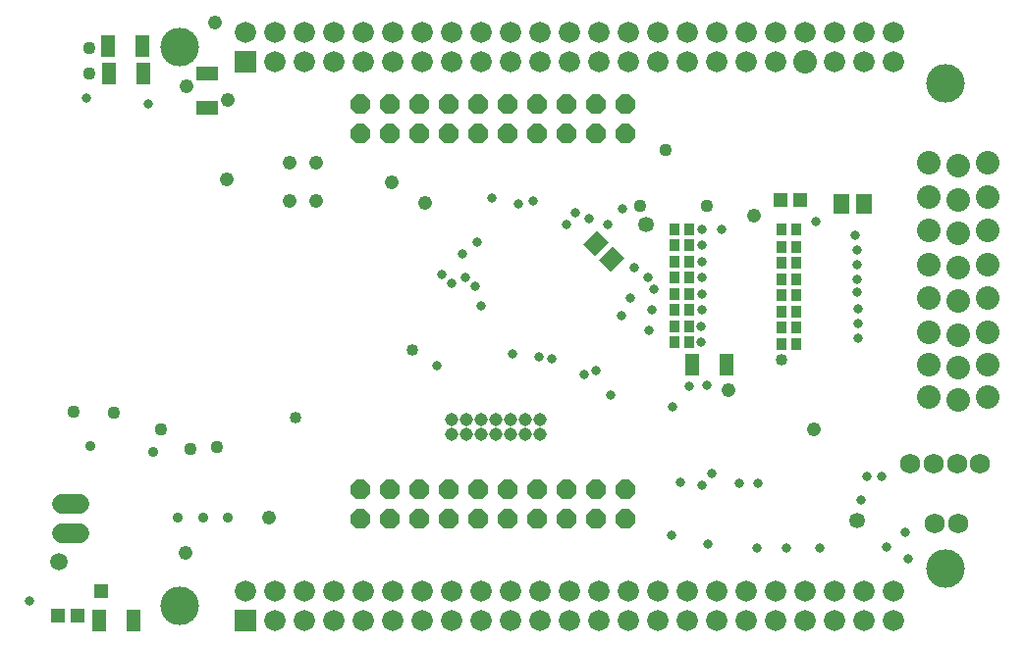
<source format=gbs>
G75*
%MOIN*%
%OFA0B0*%
%FSLAX24Y24*%
%IPPOS*%
%LPD*%
%AMOC8*
5,1,8,0,0,1.08239X$1,22.5*
%
%ADD10R,0.0572X0.0651*%
%ADD11C,0.1310*%
%ADD12R,0.0720X0.0720*%
%ADD13C,0.0720*%
%ADD14C,0.0800*%
%ADD15R,0.0500X0.0770*%
%ADD16C,0.0450*%
%ADD17R,0.0454X0.0493*%
%ADD18R,0.0336X0.0414*%
%ADD19OC8,0.0660*%
%ADD20C,0.0660*%
%ADD21C,0.0690*%
%ADD22R,0.0770X0.0500*%
%ADD23C,0.0436*%
%ADD24C,0.0330*%
%ADD25C,0.0400*%
%ADD26C,0.0476*%
%ADD27C,0.0532*%
%ADD28C,0.0591*%
%ADD29C,0.0350*%
%ADD30R,0.0476X0.0476*%
D10*
G36*
X023374Y014492D02*
X023779Y014087D01*
X023320Y013628D01*
X022915Y014033D01*
X023374Y014492D01*
G37*
G36*
X023903Y013963D02*
X024308Y013558D01*
X023849Y013099D01*
X023444Y013504D01*
X023903Y013963D01*
G37*
X031676Y015400D03*
X032424Y015400D03*
D11*
X035200Y019500D03*
X009200Y020750D03*
X035200Y003000D03*
X009200Y001750D03*
D12*
X011450Y001250D03*
X011450Y020250D03*
D13*
X012450Y020250D03*
X013450Y020250D03*
X014450Y020250D03*
X015450Y020250D03*
X016450Y020250D03*
X017450Y020250D03*
X018450Y020250D03*
X019450Y020250D03*
X020450Y020250D03*
X021450Y020250D03*
X022450Y020250D03*
X023450Y020250D03*
X024450Y020250D03*
X025450Y020250D03*
X026450Y020250D03*
X027450Y020250D03*
X028450Y020250D03*
X029450Y020250D03*
X029450Y021250D03*
X028450Y021250D03*
X027450Y021250D03*
X026450Y021250D03*
X025450Y021250D03*
X024450Y021250D03*
X023450Y021250D03*
X022450Y021250D03*
X021450Y021250D03*
X020450Y021250D03*
X019450Y021250D03*
X018450Y021250D03*
X017450Y021250D03*
X016450Y021250D03*
X015450Y021250D03*
X014450Y021250D03*
X013450Y021250D03*
X012450Y021250D03*
X011450Y021250D03*
X030450Y021250D03*
X031450Y021250D03*
X032450Y021250D03*
X033450Y021250D03*
X033450Y020250D03*
X032450Y020250D03*
X031450Y020250D03*
X031450Y002250D03*
X032450Y002250D03*
X033450Y002250D03*
X033450Y001250D03*
X032450Y001250D03*
X031450Y001250D03*
X030450Y001250D03*
X029450Y001250D03*
X028450Y001250D03*
X027450Y001250D03*
X026450Y001250D03*
X025450Y001250D03*
X024450Y001250D03*
X023450Y001250D03*
X022450Y001250D03*
X021450Y001250D03*
X020450Y001250D03*
X019450Y001250D03*
X018450Y001250D03*
X017450Y001250D03*
X016450Y001250D03*
X015450Y001250D03*
X014450Y001250D03*
X013450Y001250D03*
X012450Y001250D03*
X012450Y002250D03*
X011450Y002250D03*
X013450Y002250D03*
X014450Y002250D03*
X015450Y002250D03*
X016450Y002250D03*
X017450Y002250D03*
X018450Y002250D03*
X019450Y002250D03*
X020450Y002250D03*
X021450Y002250D03*
X022450Y002250D03*
X023450Y002250D03*
X024450Y002250D03*
X025450Y002250D03*
X026450Y002250D03*
X027450Y002250D03*
X028450Y002250D03*
X029450Y002250D03*
X030450Y002250D03*
D14*
X034650Y008850D03*
X035650Y008750D03*
X036650Y008850D03*
X035650Y009850D03*
X036650Y009950D03*
X035650Y010950D03*
X036650Y011050D03*
X036650Y012200D03*
X035650Y012100D03*
X034650Y012200D03*
X034650Y011050D03*
X034650Y009950D03*
X034650Y013350D03*
X035650Y013250D03*
X036650Y013350D03*
X036650Y014500D03*
X035650Y014400D03*
X034650Y014500D03*
X034650Y015650D03*
X035650Y015550D03*
X036650Y015650D03*
X036650Y016800D03*
X035650Y016700D03*
X034650Y016800D03*
X030450Y020250D03*
D15*
X027790Y009950D03*
X026610Y009950D03*
X007984Y019849D03*
X007943Y020774D03*
X006763Y020774D03*
X006804Y019849D03*
X006460Y001250D03*
X007640Y001250D03*
D16*
X018430Y007570D03*
X018930Y007570D03*
X019430Y007570D03*
X019930Y007570D03*
X020430Y007570D03*
X020930Y007570D03*
X021430Y007570D03*
X021430Y008070D03*
X020930Y008070D03*
X020430Y008070D03*
X019930Y008070D03*
X019430Y008070D03*
X018930Y008070D03*
X018430Y008070D03*
D17*
X029615Y015550D03*
X030285Y015550D03*
X005735Y001400D03*
X005065Y001400D03*
D18*
X025994Y010700D03*
X026506Y010700D03*
X026506Y011250D03*
X025994Y011250D03*
X025994Y011800D03*
X026506Y011800D03*
X026506Y012350D03*
X025994Y012350D03*
X025994Y012900D03*
X026506Y012900D03*
X026506Y013450D03*
X025994Y013450D03*
X025994Y014000D03*
X026506Y014000D03*
X026506Y014550D03*
X025994Y014550D03*
X029644Y014550D03*
X030156Y014550D03*
X030156Y013950D03*
X029644Y013950D03*
X029644Y013400D03*
X030156Y013400D03*
X030156Y012850D03*
X029644Y012850D03*
X029644Y012300D03*
X030156Y012300D03*
X030156Y011750D03*
X029644Y011750D03*
X029644Y011200D03*
X030156Y011200D03*
X030156Y010650D03*
X029644Y010650D03*
D19*
X024350Y005700D03*
X023350Y005700D03*
X022350Y005700D03*
X021350Y005700D03*
X020350Y005700D03*
X019350Y005700D03*
X018350Y005700D03*
X017350Y005700D03*
X016350Y005700D03*
X015350Y005700D03*
X015350Y004700D03*
X016350Y004700D03*
X017350Y004700D03*
X018350Y004700D03*
X019350Y004700D03*
X020350Y004700D03*
X021350Y004700D03*
X022350Y004700D03*
X023350Y004700D03*
X024350Y004700D03*
X024350Y017800D03*
X023350Y017800D03*
X022350Y017800D03*
X021350Y017800D03*
X020350Y017800D03*
X019350Y017800D03*
X018350Y017800D03*
X017350Y017800D03*
X016350Y017800D03*
X015350Y017800D03*
X015350Y018800D03*
X016350Y018800D03*
X017350Y018800D03*
X018350Y018800D03*
X019350Y018800D03*
X020350Y018800D03*
X021350Y018800D03*
X022350Y018800D03*
X023350Y018800D03*
X024350Y018800D03*
D20*
X005800Y005200D02*
X005200Y005200D01*
X005200Y004200D02*
X005800Y004200D01*
D21*
X034019Y006583D03*
X034806Y006583D03*
X035594Y006583D03*
X036381Y006583D03*
X035644Y004533D03*
X034856Y004533D03*
D22*
X010150Y018660D03*
X010150Y019840D03*
D23*
X006125Y019845D03*
X006130Y020710D03*
X024850Y015350D03*
X027100Y015350D03*
X025700Y017250D03*
X010480Y007140D03*
X009590Y007090D03*
X008580Y007740D03*
X006980Y008304D03*
X005620Y008344D03*
D24*
X004100Y001900D03*
X017950Y009900D03*
X020500Y010300D03*
X021400Y010200D03*
X021850Y010150D03*
X022950Y009600D03*
X023350Y009730D03*
X023850Y008900D03*
X025950Y008500D03*
X026500Y009200D03*
X027100Y009250D03*
X026900Y010700D03*
X026900Y011250D03*
X026950Y011800D03*
X026950Y012350D03*
X026950Y012900D03*
X026950Y013450D03*
X026950Y014000D03*
X026950Y014550D03*
X027600Y014550D03*
X025100Y012900D03*
X024650Y013250D03*
X025300Y012500D03*
X024500Y012200D03*
X024200Y011600D03*
X025250Y011800D03*
X025150Y011100D03*
X023750Y014700D03*
X023100Y014900D03*
X022650Y015100D03*
X022350Y014700D03*
X021200Y015500D03*
X020700Y015400D03*
X019800Y015600D03*
X019300Y014100D03*
X018800Y013700D03*
X018900Y012900D03*
X018450Y012700D03*
X018100Y013000D03*
X019250Y012600D03*
X019450Y011950D03*
X024250Y015250D03*
X030800Y014800D03*
X032150Y014350D03*
X032200Y013850D03*
X032200Y013350D03*
X032200Y012850D03*
X032200Y012400D03*
X032250Y011850D03*
X032250Y011350D03*
X032250Y010850D03*
X027270Y006240D03*
X026950Y005850D03*
X026200Y005950D03*
X028200Y005900D03*
X028850Y005900D03*
X025900Y004150D03*
X027150Y003850D03*
X028800Y003700D03*
X029800Y003700D03*
X030950Y003700D03*
X033200Y003750D03*
X033850Y004250D03*
X033950Y003350D03*
X032350Y005350D03*
X032550Y006150D03*
X033050Y006150D03*
X008150Y018800D03*
X006025Y019000D03*
D25*
X017100Y010450D03*
X013150Y008150D03*
X029650Y010100D03*
D26*
X027855Y009085D03*
X030755Y007755D03*
X028700Y015000D03*
X017550Y015450D03*
X016400Y016150D03*
X013850Y015500D03*
X012950Y015500D03*
X012950Y016800D03*
X013850Y016800D03*
X010800Y016250D03*
X010850Y018950D03*
X009450Y019400D03*
X010400Y021590D03*
X012250Y004750D03*
X009400Y003550D03*
D27*
X025050Y014700D03*
X032200Y004650D03*
D28*
X005100Y003250D03*
D29*
X009150Y004750D03*
X010000Y004750D03*
X010850Y004750D03*
X008319Y006969D03*
X006163Y007188D03*
D30*
X006550Y002250D03*
M02*

</source>
